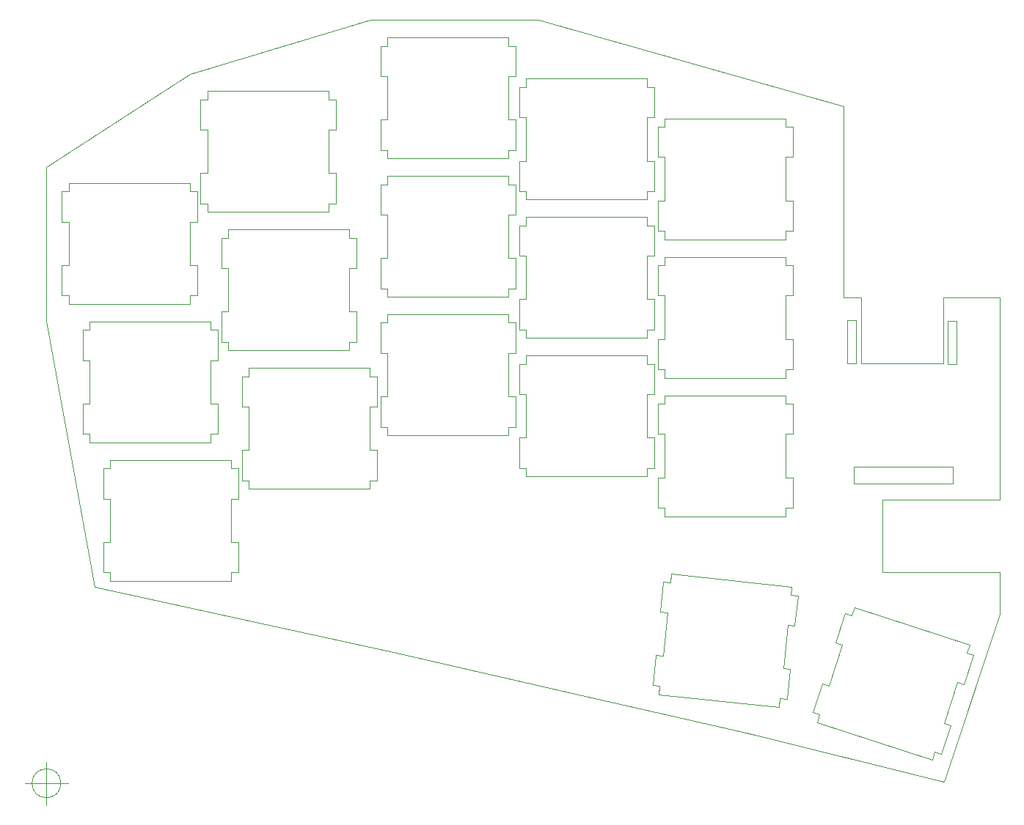
<source format=gm1>
%TF.GenerationSoftware,KiCad,Pcbnew,(6.0.7)*%
%TF.CreationDate,2022-09-23T16:10:09+09:00*%
%TF.ProjectId,selen-full_narrow_plate,73656c65-6e2d-4667-956c-6c5f6e617272,rev?*%
%TF.SameCoordinates,Original*%
%TF.FileFunction,Profile,NP*%
%FSLAX46Y46*%
G04 Gerber Fmt 4.6, Leading zero omitted, Abs format (unit mm)*
G04 Created by KiCad (PCBNEW (6.0.7)) date 2022-09-23 16:10:09*
%MOMM*%
%LPD*%
G01*
G04 APERTURE LIST*
%TA.AperFunction,Profile*%
%ADD10C,0.100000*%
%TD*%
G04 APERTURE END LIST*
D10*
X206600000Y-113000000D02*
X195200000Y-113000000D01*
X206600000Y-115000000D02*
X206600000Y-113000000D01*
X195200000Y-115000000D02*
X206600000Y-115000000D01*
X195200000Y-113000000D02*
X195200000Y-115000000D01*
X194400000Y-96100000D02*
X195400000Y-96100000D01*
X195400000Y-101100000D02*
X194400000Y-101100000D01*
X194400000Y-101100000D02*
X194400000Y-96100000D01*
X195400000Y-96100000D02*
X195400000Y-101100000D01*
X207000000Y-101200000D02*
X206000000Y-101200000D01*
X207000000Y-96200000D02*
X207000000Y-101200000D01*
X206000000Y-96200000D02*
X207000000Y-96200000D01*
X206000000Y-101200000D02*
X206000000Y-96200000D01*
X208236581Y-134551752D02*
X208536797Y-133627784D01*
X208999837Y-134799749D02*
X208236581Y-134551752D01*
X208999837Y-134799749D02*
X208999837Y-134799749D01*
X207918263Y-138128490D02*
X207918263Y-138128490D01*
X206364170Y-142911496D02*
X206364170Y-142911496D01*
X207155008Y-137880493D02*
X207155008Y-137880493D01*
X208536797Y-133627784D02*
X195250340Y-129310757D01*
X191531543Y-138092087D02*
X191531543Y-138092087D01*
X190933309Y-142597213D02*
X190933309Y-142597213D01*
X191232885Y-141675213D02*
X190933309Y-142597213D01*
X208236581Y-134551752D02*
X208236581Y-134551752D01*
X191531543Y-138092087D02*
X190449969Y-141420829D01*
X195250340Y-129310757D02*
X194950125Y-130234724D01*
X192314459Y-138346472D02*
X192314459Y-138346472D01*
X207155008Y-137880493D02*
X207918263Y-138128490D01*
X194950125Y-130234724D02*
X194950125Y-130234724D01*
X190449969Y-141420829D02*
X190449969Y-141420829D01*
X206364170Y-142911496D02*
X205600915Y-142663499D01*
X193085636Y-133309081D02*
X193868551Y-133563466D01*
X193868551Y-133563466D02*
X193868551Y-133563466D01*
X190933309Y-142597213D02*
X204219764Y-146914244D01*
X194950125Y-130234724D02*
X194167210Y-129980340D01*
X205600915Y-142663499D02*
X207155008Y-137880493D01*
X205282597Y-146240237D02*
X205282597Y-146240237D01*
X204219764Y-146914244D02*
X204519342Y-145992240D01*
X193085636Y-133309081D02*
X193085636Y-133309081D01*
X204219764Y-146914244D02*
X204219764Y-146914244D01*
X204519342Y-145992240D02*
X204519342Y-145992240D01*
X192314459Y-138346472D02*
X191531543Y-138092087D01*
X193868551Y-133563466D02*
X192314459Y-138346472D01*
X205282597Y-146240237D02*
X206364170Y-142911496D01*
X204519342Y-145992240D02*
X205282597Y-146240237D01*
X208536797Y-133627784D02*
X208536797Y-133627784D01*
X207918263Y-138128490D02*
X208999837Y-134799749D01*
X194167210Y-129980340D02*
X194167210Y-129980340D01*
X194167210Y-129980340D02*
X193085636Y-133309081D01*
X190449969Y-141420829D02*
X191232885Y-141675213D01*
X191232885Y-141675213D02*
X191232885Y-141675213D01*
X205600915Y-142663499D02*
X205600915Y-142663499D01*
X187925816Y-127846079D02*
X188027368Y-126879883D01*
X188723954Y-127929966D02*
X187925816Y-127846079D01*
X188723954Y-127929966D02*
X188723954Y-127929966D01*
X188358100Y-131410838D02*
X188358100Y-131410838D01*
X187832410Y-136412437D02*
X187832410Y-136412437D01*
X187559962Y-131326950D02*
X187559962Y-131326950D01*
X188027368Y-126879883D02*
X174133691Y-125419602D01*
X172321900Y-134782221D02*
X172321900Y-134782221D01*
X172673407Y-139313279D02*
X172673407Y-139313279D01*
X172774742Y-138349142D02*
X172673407Y-139313279D01*
X187925816Y-127846079D02*
X187925816Y-127846079D01*
X172321900Y-134782221D02*
X171956046Y-138263093D01*
X174133691Y-125419602D02*
X174032140Y-126385797D01*
X173140596Y-134868270D02*
X173140596Y-134868270D01*
X187559962Y-131326950D02*
X188358100Y-131410838D01*
X174032140Y-126385797D02*
X174032140Y-126385797D01*
X171956046Y-138263093D02*
X171956046Y-138263093D01*
X187832410Y-136412437D02*
X187034273Y-136328550D01*
X172847589Y-129780621D02*
X173666286Y-129866670D01*
X173666286Y-129866670D02*
X173666286Y-129866670D01*
X172673407Y-139313279D02*
X186567083Y-140773563D01*
X174032140Y-126385797D02*
X173213444Y-126299749D01*
X187034273Y-136328550D02*
X187559962Y-131326950D01*
X187466556Y-139893310D02*
X187466556Y-139893310D01*
X186567083Y-140773563D02*
X186668418Y-139809422D01*
X172847589Y-129780621D02*
X172847589Y-129780621D01*
X186567083Y-140773563D02*
X186567083Y-140773563D01*
X186668418Y-139809422D02*
X186668418Y-139809422D01*
X173140596Y-134868270D02*
X172321900Y-134782221D01*
X173666286Y-129866670D02*
X173140596Y-134868270D01*
X187466556Y-139893310D02*
X187832410Y-136412437D01*
X186668418Y-139809422D02*
X187466556Y-139893310D01*
X188027368Y-126879883D02*
X188027368Y-126879883D01*
X188358100Y-131410838D02*
X188723954Y-127929966D01*
X173213444Y-126299749D02*
X173213444Y-126299749D01*
X173213444Y-126299749D02*
X172847589Y-129780621D01*
X171956046Y-138263093D02*
X172774742Y-138349142D01*
X172774742Y-138349142D02*
X172774742Y-138349142D01*
X187034273Y-136328550D02*
X187034273Y-136328550D01*
X187335439Y-105746413D02*
X187335439Y-104774895D01*
X188137973Y-105746413D02*
X187335439Y-105746413D01*
X188137973Y-105746413D02*
X188137973Y-105746413D01*
X188137973Y-109246458D02*
X188137973Y-109246458D01*
X188137973Y-114275608D02*
X188137973Y-114275608D01*
X187335439Y-109246458D02*
X187335439Y-109246458D01*
X187335439Y-104774895D02*
X173365233Y-104774899D01*
X172542027Y-114275612D02*
X172542027Y-114275612D01*
X173365233Y-118745106D02*
X173365233Y-118745106D01*
X173365233Y-117775658D02*
X173365233Y-118745106D01*
X187335439Y-105746413D02*
X187335439Y-105746413D01*
X172542027Y-114275612D02*
X172542027Y-117775658D01*
X173365233Y-104774899D02*
X173365233Y-105746416D01*
X173365233Y-114275612D02*
X173365233Y-114275612D01*
X187335439Y-109246458D02*
X188137973Y-109246458D01*
X173365233Y-105746416D02*
X173365233Y-105746416D01*
X172542027Y-117775658D02*
X172542027Y-117775658D01*
X188137973Y-114275608D02*
X187335439Y-114275608D01*
X172542027Y-109246462D02*
X173365233Y-109246462D01*
X173365233Y-109246462D02*
X173365233Y-109246462D01*
X173365233Y-118745106D02*
X187335439Y-118745106D01*
X173365233Y-105746416D02*
X172542027Y-105746416D01*
X187335439Y-114275608D02*
X187335439Y-109246458D01*
X188137973Y-117775654D02*
X188137973Y-117775654D01*
X187335439Y-118745106D02*
X187335439Y-117775654D01*
X172542027Y-109246462D02*
X172542027Y-109246462D01*
X187335439Y-118745106D02*
X187335439Y-118745106D01*
X187335439Y-117775654D02*
X187335439Y-117775654D01*
X173365233Y-114275612D02*
X172542027Y-114275612D01*
X173365233Y-109246462D02*
X173365233Y-114275612D01*
X188137973Y-117775654D02*
X188137973Y-114275608D01*
X187335439Y-117775654D02*
X188137973Y-117775654D01*
X187335439Y-104774895D02*
X187335439Y-104774895D01*
X188137973Y-109246458D02*
X188137973Y-105746413D01*
X172542027Y-105746416D02*
X172542027Y-105746416D01*
X172542027Y-105746416D02*
X172542027Y-109246462D01*
X172542027Y-117775658D02*
X173365233Y-117775658D01*
X173365233Y-117775658D02*
X173365233Y-117775658D01*
X187335439Y-114275608D02*
X187335439Y-114275608D01*
X187335439Y-89746163D02*
X187335439Y-88774645D01*
X188137973Y-89746163D02*
X187335439Y-89746163D01*
X188137973Y-89746163D02*
X188137973Y-89746163D01*
X188137973Y-93246208D02*
X188137973Y-93246208D01*
X188137973Y-98275358D02*
X188137973Y-98275358D01*
X187335439Y-93246208D02*
X187335439Y-93246208D01*
X187335439Y-88774645D02*
X173365233Y-88774649D01*
X172542027Y-98275362D02*
X172542027Y-98275362D01*
X173365233Y-102744856D02*
X173365233Y-102744856D01*
X173365233Y-101775408D02*
X173365233Y-102744856D01*
X187335439Y-89746163D02*
X187335439Y-89746163D01*
X172542027Y-98275362D02*
X172542027Y-101775408D01*
X173365233Y-88774649D02*
X173365233Y-89746166D01*
X173365233Y-98275362D02*
X173365233Y-98275362D01*
X187335439Y-93246208D02*
X188137973Y-93246208D01*
X173365233Y-89746166D02*
X173365233Y-89746166D01*
X172542027Y-101775408D02*
X172542027Y-101775408D01*
X188137973Y-98275358D02*
X187335439Y-98275358D01*
X172542027Y-93246212D02*
X173365233Y-93246212D01*
X173365233Y-93246212D02*
X173365233Y-93246212D01*
X173365233Y-102744856D02*
X187335439Y-102744856D01*
X173365233Y-89746166D02*
X172542027Y-89746166D01*
X187335439Y-98275358D02*
X187335439Y-93246208D01*
X188137973Y-101775404D02*
X188137973Y-101775404D01*
X187335439Y-102744856D02*
X187335439Y-101775404D01*
X172542027Y-93246212D02*
X172542027Y-93246212D01*
X187335439Y-102744856D02*
X187335439Y-102744856D01*
X187335439Y-101775404D02*
X187335439Y-101775404D01*
X173365233Y-98275362D02*
X172542027Y-98275362D01*
X173365233Y-93246212D02*
X173365233Y-98275362D01*
X188137973Y-101775404D02*
X188137973Y-98275358D01*
X187335439Y-101775404D02*
X188137973Y-101775404D01*
X187335439Y-88774645D02*
X187335439Y-88774645D01*
X188137973Y-93246208D02*
X188137973Y-89746163D01*
X172542027Y-89746166D02*
X172542027Y-89746166D01*
X172542027Y-89746166D02*
X172542027Y-93246212D01*
X172542027Y-101775408D02*
X173365233Y-101775408D01*
X173365233Y-101775408D02*
X173365233Y-101775408D01*
X187335439Y-98275358D02*
X187335439Y-98275358D01*
X187335439Y-73746163D02*
X187335439Y-72774645D01*
X188137973Y-73746163D02*
X187335439Y-73746163D01*
X188137973Y-73746163D02*
X188137973Y-73746163D01*
X188137973Y-77246208D02*
X188137973Y-77246208D01*
X188137973Y-82275358D02*
X188137973Y-82275358D01*
X187335439Y-77246208D02*
X187335439Y-77246208D01*
X187335439Y-72774645D02*
X173365233Y-72774649D01*
X172542027Y-82275362D02*
X172542027Y-82275362D01*
X173365233Y-86744856D02*
X173365233Y-86744856D01*
X173365233Y-85775408D02*
X173365233Y-86744856D01*
X187335439Y-73746163D02*
X187335439Y-73746163D01*
X172542027Y-82275362D02*
X172542027Y-85775408D01*
X173365233Y-72774649D02*
X173365233Y-73746166D01*
X173365233Y-82275362D02*
X173365233Y-82275362D01*
X187335439Y-77246208D02*
X188137973Y-77246208D01*
X173365233Y-73746166D02*
X173365233Y-73746166D01*
X172542027Y-85775408D02*
X172542027Y-85775408D01*
X188137973Y-82275358D02*
X187335439Y-82275358D01*
X172542027Y-77246212D02*
X173365233Y-77246212D01*
X173365233Y-77246212D02*
X173365233Y-77246212D01*
X173365233Y-86744856D02*
X187335439Y-86744856D01*
X173365233Y-73746166D02*
X172542027Y-73746166D01*
X187335439Y-82275358D02*
X187335439Y-77246208D01*
X188137973Y-85775404D02*
X188137973Y-85775404D01*
X187335439Y-86744856D02*
X187335439Y-85775404D01*
X172542027Y-77246212D02*
X172542027Y-77246212D01*
X187335439Y-86744856D02*
X187335439Y-86744856D01*
X187335439Y-85775404D02*
X187335439Y-85775404D01*
X173365233Y-82275362D02*
X172542027Y-82275362D01*
X173365233Y-77246212D02*
X173365233Y-82275362D01*
X188137973Y-85775404D02*
X188137973Y-82275358D01*
X187335439Y-85775404D02*
X188137973Y-85775404D01*
X187335439Y-72774645D02*
X187335439Y-72774645D01*
X188137973Y-77246208D02*
X188137973Y-73746163D01*
X172542027Y-73746166D02*
X172542027Y-73746166D01*
X172542027Y-73746166D02*
X172542027Y-77246212D01*
X172542027Y-85775408D02*
X173365233Y-85775408D01*
X173365233Y-85775408D02*
X173365233Y-85775408D01*
X187335439Y-82275358D02*
X187335439Y-82275358D01*
X171335939Y-101142663D02*
X171335939Y-100171145D01*
X172138473Y-101142663D02*
X171335939Y-101142663D01*
X172138473Y-101142663D02*
X172138473Y-101142663D01*
X172138473Y-104642708D02*
X172138473Y-104642708D01*
X172138473Y-109671858D02*
X172138473Y-109671858D01*
X171335939Y-104642708D02*
X171335939Y-104642708D01*
X171335939Y-100171145D02*
X157365733Y-100171149D01*
X156542527Y-109671862D02*
X156542527Y-109671862D01*
X157365733Y-114141356D02*
X157365733Y-114141356D01*
X157365733Y-113171908D02*
X157365733Y-114141356D01*
X171335939Y-101142663D02*
X171335939Y-101142663D01*
X156542527Y-109671862D02*
X156542527Y-113171908D01*
X157365733Y-100171149D02*
X157365733Y-101142666D01*
X157365733Y-109671862D02*
X157365733Y-109671862D01*
X171335939Y-104642708D02*
X172138473Y-104642708D01*
X157365733Y-101142666D02*
X157365733Y-101142666D01*
X156542527Y-113171908D02*
X156542527Y-113171908D01*
X172138473Y-109671858D02*
X171335939Y-109671858D01*
X156542527Y-104642712D02*
X157365733Y-104642712D01*
X157365733Y-104642712D02*
X157365733Y-104642712D01*
X157365733Y-114141356D02*
X171335939Y-114141356D01*
X157365733Y-101142666D02*
X156542527Y-101142666D01*
X171335939Y-109671858D02*
X171335939Y-104642708D01*
X172138473Y-113171904D02*
X172138473Y-113171904D01*
X171335939Y-114141356D02*
X171335939Y-113171904D01*
X156542527Y-104642712D02*
X156542527Y-104642712D01*
X171335939Y-114141356D02*
X171335939Y-114141356D01*
X171335939Y-113171904D02*
X171335939Y-113171904D01*
X157365733Y-109671862D02*
X156542527Y-109671862D01*
X157365733Y-104642712D02*
X157365733Y-109671862D01*
X172138473Y-113171904D02*
X172138473Y-109671858D01*
X171335939Y-113171904D02*
X172138473Y-113171904D01*
X171335939Y-100171145D02*
X171335939Y-100171145D01*
X172138473Y-104642708D02*
X172138473Y-101142663D01*
X156542527Y-101142666D02*
X156542527Y-101142666D01*
X156542527Y-101142666D02*
X156542527Y-104642712D01*
X156542527Y-113171908D02*
X157365733Y-113171908D01*
X157365733Y-113171908D02*
X157365733Y-113171908D01*
X171335939Y-109671858D02*
X171335939Y-109671858D01*
X155336439Y-96380163D02*
X155336439Y-95408645D01*
X156138973Y-96380163D02*
X155336439Y-96380163D01*
X156138973Y-96380163D02*
X156138973Y-96380163D01*
X156138973Y-99880208D02*
X156138973Y-99880208D01*
X156138973Y-104909358D02*
X156138973Y-104909358D01*
X155336439Y-99880208D02*
X155336439Y-99880208D01*
X155336439Y-95408645D02*
X141366233Y-95408649D01*
X140543027Y-104909362D02*
X140543027Y-104909362D01*
X141366233Y-109378856D02*
X141366233Y-109378856D01*
X141366233Y-108409408D02*
X141366233Y-109378856D01*
X155336439Y-96380163D02*
X155336439Y-96380163D01*
X140543027Y-104909362D02*
X140543027Y-108409408D01*
X141366233Y-95408649D02*
X141366233Y-96380166D01*
X141366233Y-104909362D02*
X141366233Y-104909362D01*
X155336439Y-99880208D02*
X156138973Y-99880208D01*
X141366233Y-96380166D02*
X141366233Y-96380166D01*
X140543027Y-108409408D02*
X140543027Y-108409408D01*
X156138973Y-104909358D02*
X155336439Y-104909358D01*
X140543027Y-99880212D02*
X141366233Y-99880212D01*
X141366233Y-99880212D02*
X141366233Y-99880212D01*
X141366233Y-109378856D02*
X155336439Y-109378856D01*
X141366233Y-96380166D02*
X140543027Y-96380166D01*
X155336439Y-104909358D02*
X155336439Y-99880208D01*
X156138973Y-108409404D02*
X156138973Y-108409404D01*
X155336439Y-109378856D02*
X155336439Y-108409404D01*
X140543027Y-99880212D02*
X140543027Y-99880212D01*
X155336439Y-109378856D02*
X155336439Y-109378856D01*
X155336439Y-108409404D02*
X155336439Y-108409404D01*
X141366233Y-104909362D02*
X140543027Y-104909362D01*
X141366233Y-99880212D02*
X141366233Y-104909362D01*
X156138973Y-108409404D02*
X156138973Y-104909358D01*
X155336439Y-108409404D02*
X156138973Y-108409404D01*
X155336439Y-95408645D02*
X155336439Y-95408645D01*
X156138973Y-99880208D02*
X156138973Y-96380163D01*
X140543027Y-96380166D02*
X140543027Y-96380166D01*
X140543027Y-96380166D02*
X140543027Y-99880212D01*
X140543027Y-108409408D02*
X141366233Y-108409408D01*
X141366233Y-108409408D02*
X141366233Y-108409408D01*
X155336439Y-104909358D02*
X155336439Y-104909358D01*
X171335939Y-85142663D02*
X171335939Y-84171145D01*
X172138473Y-85142663D02*
X171335939Y-85142663D01*
X172138473Y-85142663D02*
X172138473Y-85142663D01*
X172138473Y-88642708D02*
X172138473Y-88642708D01*
X172138473Y-93671858D02*
X172138473Y-93671858D01*
X171335939Y-88642708D02*
X171335939Y-88642708D01*
X171335939Y-84171145D02*
X157365733Y-84171149D01*
X156542527Y-93671862D02*
X156542527Y-93671862D01*
X157365733Y-98141356D02*
X157365733Y-98141356D01*
X157365733Y-97171908D02*
X157365733Y-98141356D01*
X171335939Y-85142663D02*
X171335939Y-85142663D01*
X156542527Y-93671862D02*
X156542527Y-97171908D01*
X157365733Y-84171149D02*
X157365733Y-85142666D01*
X157365733Y-93671862D02*
X157365733Y-93671862D01*
X171335939Y-88642708D02*
X172138473Y-88642708D01*
X157365733Y-85142666D02*
X157365733Y-85142666D01*
X156542527Y-97171908D02*
X156542527Y-97171908D01*
X172138473Y-93671858D02*
X171335939Y-93671858D01*
X156542527Y-88642712D02*
X157365733Y-88642712D01*
X157365733Y-88642712D02*
X157365733Y-88642712D01*
X157365733Y-98141356D02*
X171335939Y-98141356D01*
X157365733Y-85142666D02*
X156542527Y-85142666D01*
X171335939Y-93671858D02*
X171335939Y-88642708D01*
X172138473Y-97171904D02*
X172138473Y-97171904D01*
X171335939Y-98141356D02*
X171335939Y-97171904D01*
X156542527Y-88642712D02*
X156542527Y-88642712D01*
X171335939Y-98141356D02*
X171335939Y-98141356D01*
X171335939Y-97171904D02*
X171335939Y-97171904D01*
X157365733Y-93671862D02*
X156542527Y-93671862D01*
X157365733Y-88642712D02*
X157365733Y-93671862D01*
X172138473Y-97171904D02*
X172138473Y-93671858D01*
X171335939Y-97171904D02*
X172138473Y-97171904D01*
X171335939Y-84171145D02*
X171335939Y-84171145D01*
X172138473Y-88642708D02*
X172138473Y-85142663D01*
X156542527Y-85142666D02*
X156542527Y-85142666D01*
X156542527Y-85142666D02*
X156542527Y-88642712D01*
X156542527Y-97171908D02*
X157365733Y-97171908D01*
X157365733Y-97171908D02*
X157365733Y-97171908D01*
X171335939Y-93671858D02*
X171335939Y-93671858D01*
X155336439Y-80380163D02*
X155336439Y-79408645D01*
X156138973Y-80380163D02*
X155336439Y-80380163D01*
X156138973Y-80380163D02*
X156138973Y-80380163D01*
X156138973Y-83880208D02*
X156138973Y-83880208D01*
X156138973Y-88909358D02*
X156138973Y-88909358D01*
X155336439Y-83880208D02*
X155336439Y-83880208D01*
X155336439Y-79408645D02*
X141366233Y-79408649D01*
X140543027Y-88909362D02*
X140543027Y-88909362D01*
X141366233Y-93378856D02*
X141366233Y-93378856D01*
X141366233Y-92409408D02*
X141366233Y-93378856D01*
X155336439Y-80380163D02*
X155336439Y-80380163D01*
X140543027Y-88909362D02*
X140543027Y-92409408D01*
X141366233Y-79408649D02*
X141366233Y-80380166D01*
X141366233Y-88909362D02*
X141366233Y-88909362D01*
X155336439Y-83880208D02*
X156138973Y-83880208D01*
X141366233Y-80380166D02*
X141366233Y-80380166D01*
X140543027Y-92409408D02*
X140543027Y-92409408D01*
X156138973Y-88909358D02*
X155336439Y-88909358D01*
X140543027Y-83880212D02*
X141366233Y-83880212D01*
X141366233Y-83880212D02*
X141366233Y-83880212D01*
X141366233Y-93378856D02*
X155336439Y-93378856D01*
X141366233Y-80380166D02*
X140543027Y-80380166D01*
X155336439Y-88909358D02*
X155336439Y-83880208D01*
X156138973Y-92409404D02*
X156138973Y-92409404D01*
X155336439Y-93378856D02*
X155336439Y-92409404D01*
X140543027Y-83880212D02*
X140543027Y-83880212D01*
X155336439Y-93378856D02*
X155336439Y-93378856D01*
X155336439Y-92409404D02*
X155336439Y-92409404D01*
X141366233Y-88909362D02*
X140543027Y-88909362D01*
X141366233Y-83880212D02*
X141366233Y-88909362D01*
X156138973Y-92409404D02*
X156138973Y-88909358D01*
X155336439Y-92409404D02*
X156138973Y-92409404D01*
X155336439Y-79408645D02*
X155336439Y-79408645D01*
X156138973Y-83880208D02*
X156138973Y-80380163D01*
X140543027Y-80380166D02*
X140543027Y-80380166D01*
X140543027Y-80380166D02*
X140543027Y-83880212D01*
X140543027Y-92409408D02*
X141366233Y-92409408D01*
X141366233Y-92409408D02*
X141366233Y-92409408D01*
X155336439Y-88909358D02*
X155336439Y-88909358D01*
X171335939Y-69142663D02*
X171335939Y-68171145D01*
X172138473Y-69142663D02*
X171335939Y-69142663D01*
X172138473Y-69142663D02*
X172138473Y-69142663D01*
X172138473Y-72642708D02*
X172138473Y-72642708D01*
X172138473Y-77671858D02*
X172138473Y-77671858D01*
X171335939Y-72642708D02*
X171335939Y-72642708D01*
X171335939Y-68171145D02*
X157365733Y-68171149D01*
X156542527Y-77671862D02*
X156542527Y-77671862D01*
X157365733Y-82141356D02*
X157365733Y-82141356D01*
X157365733Y-81171908D02*
X157365733Y-82141356D01*
X171335939Y-69142663D02*
X171335939Y-69142663D01*
X156542527Y-77671862D02*
X156542527Y-81171908D01*
X157365733Y-68171149D02*
X157365733Y-69142666D01*
X157365733Y-77671862D02*
X157365733Y-77671862D01*
X171335939Y-72642708D02*
X172138473Y-72642708D01*
X157365733Y-69142666D02*
X157365733Y-69142666D01*
X156542527Y-81171908D02*
X156542527Y-81171908D01*
X172138473Y-77671858D02*
X171335939Y-77671858D01*
X156542527Y-72642712D02*
X157365733Y-72642712D01*
X157365733Y-72642712D02*
X157365733Y-72642712D01*
X157365733Y-82141356D02*
X171335939Y-82141356D01*
X157365733Y-69142666D02*
X156542527Y-69142666D01*
X171335939Y-77671858D02*
X171335939Y-72642708D01*
X172138473Y-81171904D02*
X172138473Y-81171904D01*
X171335939Y-82141356D02*
X171335939Y-81171904D01*
X156542527Y-72642712D02*
X156542527Y-72642712D01*
X171335939Y-82141356D02*
X171335939Y-82141356D01*
X171335939Y-81171904D02*
X171335939Y-81171904D01*
X157365733Y-77671862D02*
X156542527Y-77671862D01*
X157365733Y-72642712D02*
X157365733Y-77671862D01*
X172138473Y-81171904D02*
X172138473Y-77671858D01*
X171335939Y-81171904D02*
X172138473Y-81171904D01*
X171335939Y-68171145D02*
X171335939Y-68171145D01*
X172138473Y-72642708D02*
X172138473Y-69142663D01*
X156542527Y-69142666D02*
X156542527Y-69142666D01*
X156542527Y-69142666D02*
X156542527Y-72642712D01*
X156542527Y-81171908D02*
X157365733Y-81171908D01*
X157365733Y-81171908D02*
X157365733Y-81171908D01*
X171335939Y-77671858D02*
X171335939Y-77671858D01*
X155336439Y-64380163D02*
X155336439Y-63408645D01*
X156138973Y-64380163D02*
X155336439Y-64380163D01*
X156138973Y-64380163D02*
X156138973Y-64380163D01*
X156138973Y-67880208D02*
X156138973Y-67880208D01*
X156138973Y-72909358D02*
X156138973Y-72909358D01*
X155336439Y-67880208D02*
X155336439Y-67880208D01*
X155336439Y-63408645D02*
X141366233Y-63408649D01*
X140543027Y-72909362D02*
X140543027Y-72909362D01*
X141366233Y-77378856D02*
X141366233Y-77378856D01*
X141366233Y-76409408D02*
X141366233Y-77378856D01*
X155336439Y-64380163D02*
X155336439Y-64380163D01*
X140543027Y-72909362D02*
X140543027Y-76409408D01*
X141366233Y-63408649D02*
X141366233Y-64380166D01*
X141366233Y-72909362D02*
X141366233Y-72909362D01*
X155336439Y-67880208D02*
X156138973Y-67880208D01*
X141366233Y-64380166D02*
X141366233Y-64380166D01*
X140543027Y-76409408D02*
X140543027Y-76409408D01*
X156138973Y-72909358D02*
X155336439Y-72909358D01*
X140543027Y-67880212D02*
X141366233Y-67880212D01*
X141366233Y-67880212D02*
X141366233Y-67880212D01*
X141366233Y-77378856D02*
X155336439Y-77378856D01*
X141366233Y-64380166D02*
X140543027Y-64380166D01*
X155336439Y-72909358D02*
X155336439Y-67880208D01*
X156138973Y-76409404D02*
X156138973Y-76409404D01*
X155336439Y-77378856D02*
X155336439Y-76409404D01*
X140543027Y-67880212D02*
X140543027Y-67880212D01*
X155336439Y-77378856D02*
X155336439Y-77378856D01*
X155336439Y-76409404D02*
X155336439Y-76409404D01*
X141366233Y-72909362D02*
X140543027Y-72909362D01*
X141366233Y-67880212D02*
X141366233Y-72909362D01*
X156138973Y-76409404D02*
X156138973Y-72909358D01*
X155336439Y-76409404D02*
X156138973Y-76409404D01*
X155336439Y-63408645D02*
X155336439Y-63408645D01*
X156138973Y-67880208D02*
X156138973Y-64380163D01*
X140543027Y-64380166D02*
X140543027Y-64380166D01*
X140543027Y-64380166D02*
X140543027Y-67880212D01*
X140543027Y-76409408D02*
X141366233Y-76409408D01*
X141366233Y-76409408D02*
X141366233Y-76409408D01*
X155336439Y-72909358D02*
X155336439Y-72909358D01*
X139336439Y-102571413D02*
X139336439Y-101599895D01*
X140138973Y-102571413D02*
X139336439Y-102571413D01*
X140138973Y-102571413D02*
X140138973Y-102571413D01*
X140138973Y-106071458D02*
X140138973Y-106071458D01*
X140138973Y-111100608D02*
X140138973Y-111100608D01*
X139336439Y-106071458D02*
X139336439Y-106071458D01*
X139336439Y-101599895D02*
X125366233Y-101599899D01*
X124543027Y-111100612D02*
X124543027Y-111100612D01*
X125366233Y-115570106D02*
X125366233Y-115570106D01*
X125366233Y-114600658D02*
X125366233Y-115570106D01*
X139336439Y-102571413D02*
X139336439Y-102571413D01*
X124543027Y-111100612D02*
X124543027Y-114600658D01*
X125366233Y-101599899D02*
X125366233Y-102571416D01*
X125366233Y-111100612D02*
X125366233Y-111100612D01*
X139336439Y-106071458D02*
X140138973Y-106071458D01*
X125366233Y-102571416D02*
X125366233Y-102571416D01*
X124543027Y-114600658D02*
X124543027Y-114600658D01*
X140138973Y-111100608D02*
X139336439Y-111100608D01*
X124543027Y-106071462D02*
X125366233Y-106071462D01*
X125366233Y-106071462D02*
X125366233Y-106071462D01*
X125366233Y-115570106D02*
X139336439Y-115570106D01*
X125366233Y-102571416D02*
X124543027Y-102571416D01*
X139336439Y-111100608D02*
X139336439Y-106071458D01*
X140138973Y-114600654D02*
X140138973Y-114600654D01*
X139336439Y-115570106D02*
X139336439Y-114600654D01*
X124543027Y-106071462D02*
X124543027Y-106071462D01*
X139336439Y-115570106D02*
X139336439Y-115570106D01*
X139336439Y-114600654D02*
X139336439Y-114600654D01*
X125366233Y-111100612D02*
X124543027Y-111100612D01*
X125366233Y-106071462D02*
X125366233Y-111100612D01*
X140138973Y-114600654D02*
X140138973Y-111100608D01*
X139336439Y-114600654D02*
X140138973Y-114600654D01*
X139336439Y-101599895D02*
X139336439Y-101599895D01*
X140138973Y-106071458D02*
X140138973Y-102571413D01*
X124543027Y-102571416D02*
X124543027Y-102571416D01*
X124543027Y-102571416D02*
X124543027Y-106071462D01*
X124543027Y-114600658D02*
X125366233Y-114600658D01*
X125366233Y-114600658D02*
X125366233Y-114600658D01*
X139336439Y-111100608D02*
X139336439Y-111100608D01*
X136955189Y-86571413D02*
X136955189Y-85599895D01*
X137757723Y-86571413D02*
X136955189Y-86571413D01*
X137757723Y-86571413D02*
X137757723Y-86571413D01*
X137757723Y-90071458D02*
X137757723Y-90071458D01*
X137757723Y-95100608D02*
X137757723Y-95100608D01*
X136955189Y-90071458D02*
X136955189Y-90071458D01*
X136955189Y-85599895D02*
X122984983Y-85599899D01*
X122161777Y-95100612D02*
X122161777Y-95100612D01*
X122984983Y-99570106D02*
X122984983Y-99570106D01*
X122984983Y-98600658D02*
X122984983Y-99570106D01*
X136955189Y-86571413D02*
X136955189Y-86571413D01*
X122161777Y-95100612D02*
X122161777Y-98600658D01*
X122984983Y-85599899D02*
X122984983Y-86571416D01*
X122984983Y-95100612D02*
X122984983Y-95100612D01*
X136955189Y-90071458D02*
X137757723Y-90071458D01*
X122984983Y-86571416D02*
X122984983Y-86571416D01*
X122161777Y-98600658D02*
X122161777Y-98600658D01*
X137757723Y-95100608D02*
X136955189Y-95100608D01*
X122161777Y-90071462D02*
X122984983Y-90071462D01*
X122984983Y-90071462D02*
X122984983Y-90071462D01*
X122984983Y-99570106D02*
X136955189Y-99570106D01*
X122984983Y-86571416D02*
X122161777Y-86571416D01*
X136955189Y-95100608D02*
X136955189Y-90071458D01*
X137757723Y-98600654D02*
X137757723Y-98600654D01*
X136955189Y-99570106D02*
X136955189Y-98600654D01*
X122161777Y-90071462D02*
X122161777Y-90071462D01*
X136955189Y-99570106D02*
X136955189Y-99570106D01*
X136955189Y-98600654D02*
X136955189Y-98600654D01*
X122984983Y-95100612D02*
X122161777Y-95100612D01*
X122984983Y-90071462D02*
X122984983Y-95100612D01*
X137757723Y-98600654D02*
X137757723Y-95100608D01*
X136955189Y-98600654D02*
X137757723Y-98600654D01*
X136955189Y-85599895D02*
X136955189Y-85599895D01*
X137757723Y-90071458D02*
X137757723Y-86571413D01*
X122161777Y-86571416D02*
X122161777Y-86571416D01*
X122161777Y-86571416D02*
X122161777Y-90071462D01*
X122161777Y-98600658D02*
X122984983Y-98600658D01*
X122984983Y-98600658D02*
X122984983Y-98600658D01*
X136955189Y-95100608D02*
X136955189Y-95100608D01*
X134573939Y-70571413D02*
X134573939Y-69599895D01*
X135376473Y-70571413D02*
X134573939Y-70571413D01*
X135376473Y-70571413D02*
X135376473Y-70571413D01*
X135376473Y-74071458D02*
X135376473Y-74071458D01*
X135376473Y-79100608D02*
X135376473Y-79100608D01*
X134573939Y-74071458D02*
X134573939Y-74071458D01*
X134573939Y-69599895D02*
X120603733Y-69599899D01*
X119780527Y-79100612D02*
X119780527Y-79100612D01*
X120603733Y-83570106D02*
X120603733Y-83570106D01*
X120603733Y-82600658D02*
X120603733Y-83570106D01*
X134573939Y-70571413D02*
X134573939Y-70571413D01*
X119780527Y-79100612D02*
X119780527Y-82600658D01*
X120603733Y-69599899D02*
X120603733Y-70571416D01*
X120603733Y-79100612D02*
X120603733Y-79100612D01*
X134573939Y-74071458D02*
X135376473Y-74071458D01*
X120603733Y-70571416D02*
X120603733Y-70571416D01*
X119780527Y-82600658D02*
X119780527Y-82600658D01*
X135376473Y-79100608D02*
X134573939Y-79100608D01*
X119780527Y-74071462D02*
X120603733Y-74071462D01*
X120603733Y-74071462D02*
X120603733Y-74071462D01*
X120603733Y-83570106D02*
X134573939Y-83570106D01*
X120603733Y-70571416D02*
X119780527Y-70571416D01*
X134573939Y-79100608D02*
X134573939Y-74071458D01*
X135376473Y-82600654D02*
X135376473Y-82600654D01*
X134573939Y-83570106D02*
X134573939Y-82600654D01*
X119780527Y-74071462D02*
X119780527Y-74071462D01*
X134573939Y-83570106D02*
X134573939Y-83570106D01*
X134573939Y-82600654D02*
X134573939Y-82600654D01*
X120603733Y-79100612D02*
X119780527Y-79100612D01*
X120603733Y-74071462D02*
X120603733Y-79100612D01*
X135376473Y-82600654D02*
X135376473Y-79100608D01*
X134573939Y-82600654D02*
X135376473Y-82600654D01*
X134573939Y-69599895D02*
X134573939Y-69599895D01*
X135376473Y-74071458D02*
X135376473Y-70571413D01*
X119780527Y-70571416D02*
X119780527Y-70571416D01*
X119780527Y-70571416D02*
X119780527Y-74071462D01*
X119780527Y-82600658D02*
X120603733Y-82600658D01*
X120603733Y-82600658D02*
X120603733Y-82600658D01*
X134573939Y-79100608D02*
X134573939Y-79100608D01*
X123336439Y-113207663D02*
X123336439Y-112236145D01*
X124138973Y-113207663D02*
X123336439Y-113207663D01*
X124138973Y-113207663D02*
X124138973Y-113207663D01*
X124138973Y-116707708D02*
X124138973Y-116707708D01*
X124138973Y-121736858D02*
X124138973Y-121736858D01*
X123336439Y-116707708D02*
X123336439Y-116707708D01*
X123336439Y-112236145D02*
X109366233Y-112236149D01*
X108543027Y-121736862D02*
X108543027Y-121736862D01*
X109366233Y-126206356D02*
X109366233Y-126206356D01*
X109366233Y-125236908D02*
X109366233Y-126206356D01*
X123336439Y-113207663D02*
X123336439Y-113207663D01*
X108543027Y-121736862D02*
X108543027Y-125236908D01*
X109366233Y-112236149D02*
X109366233Y-113207666D01*
X109366233Y-121736862D02*
X109366233Y-121736862D01*
X123336439Y-116707708D02*
X124138973Y-116707708D01*
X109366233Y-113207666D02*
X109366233Y-113207666D01*
X108543027Y-125236908D02*
X108543027Y-125236908D01*
X124138973Y-121736858D02*
X123336439Y-121736858D01*
X108543027Y-116707712D02*
X109366233Y-116707712D01*
X109366233Y-116707712D02*
X109366233Y-116707712D01*
X109366233Y-126206356D02*
X123336439Y-126206356D01*
X109366233Y-113207666D02*
X108543027Y-113207666D01*
X123336439Y-121736858D02*
X123336439Y-116707708D01*
X124138973Y-125236904D02*
X124138973Y-125236904D01*
X123336439Y-126206356D02*
X123336439Y-125236904D01*
X108543027Y-116707712D02*
X108543027Y-116707712D01*
X123336439Y-126206356D02*
X123336439Y-126206356D01*
X123336439Y-125236904D02*
X123336439Y-125236904D01*
X109366233Y-121736862D02*
X108543027Y-121736862D01*
X109366233Y-116707712D02*
X109366233Y-121736862D01*
X124138973Y-125236904D02*
X124138973Y-121736858D01*
X123336439Y-125236904D02*
X124138973Y-125236904D01*
X123336439Y-112236145D02*
X123336439Y-112236145D01*
X124138973Y-116707708D02*
X124138973Y-113207663D01*
X108543027Y-113207666D02*
X108543027Y-113207666D01*
X108543027Y-113207666D02*
X108543027Y-116707712D01*
X108543027Y-125236908D02*
X109366233Y-125236908D01*
X109366233Y-125236908D02*
X109366233Y-125236908D01*
X123336439Y-121736858D02*
X123336439Y-121736858D01*
X120955189Y-97207913D02*
X120955189Y-96236395D01*
X121757723Y-97207913D02*
X120955189Y-97207913D01*
X121757723Y-97207913D02*
X121757723Y-97207913D01*
X121757723Y-100707958D02*
X121757723Y-100707958D01*
X121757723Y-105737108D02*
X121757723Y-105737108D01*
X120955189Y-100707958D02*
X120955189Y-100707958D01*
X120955189Y-96236395D02*
X106984983Y-96236399D01*
X106161777Y-105737112D02*
X106161777Y-105737112D01*
X106984983Y-110206606D02*
X106984983Y-110206606D01*
X106984983Y-109237158D02*
X106984983Y-110206606D01*
X120955189Y-97207913D02*
X120955189Y-97207913D01*
X106161777Y-105737112D02*
X106161777Y-109237158D01*
X106984983Y-96236399D02*
X106984983Y-97207916D01*
X106984983Y-105737112D02*
X106984983Y-105737112D01*
X120955189Y-100707958D02*
X121757723Y-100707958D01*
X106984983Y-97207916D02*
X106984983Y-97207916D01*
X106161777Y-109237158D02*
X106161777Y-109237158D01*
X121757723Y-105737108D02*
X120955189Y-105737108D01*
X106161777Y-100707962D02*
X106984983Y-100707962D01*
X106984983Y-100707962D02*
X106984983Y-100707962D01*
X106984983Y-110206606D02*
X120955189Y-110206606D01*
X106984983Y-97207916D02*
X106161777Y-97207916D01*
X120955189Y-105737108D02*
X120955189Y-100707958D01*
X121757723Y-109237154D02*
X121757723Y-109237154D01*
X120955189Y-110206606D02*
X120955189Y-109237154D01*
X106161777Y-100707962D02*
X106161777Y-100707962D01*
X120955189Y-110206606D02*
X120955189Y-110206606D01*
X120955189Y-109237154D02*
X120955189Y-109237154D01*
X106984983Y-105737112D02*
X106161777Y-105737112D01*
X106984983Y-100707962D02*
X106984983Y-105737112D01*
X121757723Y-109237154D02*
X121757723Y-105737108D01*
X120955189Y-109237154D02*
X121757723Y-109237154D01*
X120955189Y-96236395D02*
X120955189Y-96236395D01*
X121757723Y-100707958D02*
X121757723Y-97207913D01*
X106161777Y-97207916D02*
X106161777Y-97207916D01*
X106161777Y-97207916D02*
X106161777Y-100707962D01*
X106161777Y-109237158D02*
X106984983Y-109237158D01*
X106984983Y-109237158D02*
X106984983Y-109237158D01*
X120955189Y-105737108D02*
X120955189Y-105737108D01*
X118573439Y-80236395D02*
X104603233Y-80236399D01*
X118573439Y-80236395D02*
X118573439Y-80236395D01*
X118573439Y-81207913D02*
X118573439Y-80236395D01*
X118573439Y-81207913D02*
X118573439Y-81207913D01*
X119375973Y-81207913D02*
X118573439Y-81207913D01*
X119375973Y-81207913D02*
X119375973Y-81207913D01*
X119375973Y-84707958D02*
X119375973Y-81207913D01*
X119375973Y-84707958D02*
X119375973Y-84707958D01*
X118573439Y-84707958D02*
X119375973Y-84707958D01*
X118573439Y-84707958D02*
X118573439Y-84707958D01*
X118573439Y-89737108D02*
X118573439Y-84707958D01*
X118573439Y-89737108D02*
X118573439Y-89737108D01*
X119375973Y-89737108D02*
X118573439Y-89737108D01*
X119375973Y-89737108D02*
X119375973Y-89737108D01*
X119375973Y-93237154D02*
X119375973Y-89737108D01*
X119375973Y-93237154D02*
X119375973Y-93237154D01*
X118573439Y-93237154D02*
X119375973Y-93237154D01*
X118573439Y-93237154D02*
X118573439Y-93237154D01*
X118573439Y-94206606D02*
X118573439Y-93237154D01*
X118573439Y-94206606D02*
X118573439Y-94206606D01*
X104603233Y-94206606D02*
X118573439Y-94206606D01*
X104603233Y-94206606D02*
X104603233Y-94206606D01*
X104603233Y-93237158D02*
X104603233Y-94206606D01*
X104603233Y-93237158D02*
X104603233Y-93237158D01*
X103780027Y-93237158D02*
X104603233Y-93237158D01*
X103780027Y-93237158D02*
X103780027Y-93237158D01*
X103780027Y-89737112D02*
X103780027Y-93237158D01*
X103780027Y-89737112D02*
X103780027Y-89737112D01*
X104603233Y-89737112D02*
X103780027Y-89737112D01*
X104603233Y-89737112D02*
X104603233Y-89737112D01*
X104603233Y-84707962D02*
X104603233Y-89737112D01*
X104603233Y-84707962D02*
X104603233Y-84707962D01*
X103780027Y-84707962D02*
X104603233Y-84707962D01*
X103780027Y-84707962D02*
X103780027Y-84707962D01*
X103780027Y-81207916D02*
X103780027Y-84707962D01*
X103780027Y-81207916D02*
X103780027Y-81207916D01*
X104603233Y-81207916D02*
X103780027Y-81207916D01*
X104603233Y-81207916D02*
X104603233Y-81207916D01*
X104603233Y-80236399D02*
X104603233Y-81207916D01*
X194000000Y-71400000D02*
X194000000Y-93471727D01*
X196000000Y-93471757D01*
X196000000Y-101100000D01*
X205500000Y-101100000D01*
X205500000Y-93471901D01*
X212000000Y-93472000D01*
X212000000Y-116800000D01*
X198500000Y-116800000D01*
X198500000Y-125200000D01*
X212000000Y-125200000D01*
X212000000Y-130000000D01*
X205600000Y-149400000D01*
X182750000Y-143750000D01*
X163800000Y-139400000D01*
X142000000Y-134400000D01*
X107567869Y-126873043D01*
X101950000Y-96200000D01*
X101950000Y-78400000D01*
X118600000Y-67600000D01*
X139400000Y-61400000D01*
X158800000Y-61400000D01*
X194000000Y-71400000D01*
X103666666Y-149600000D02*
G75*
G03*
X103666666Y-149600000I-1666666J0D01*
G01*
X99500000Y-149600000D02*
X104500000Y-149600000D01*
X102000000Y-147100000D02*
X102000000Y-152100000D01*
M02*

</source>
